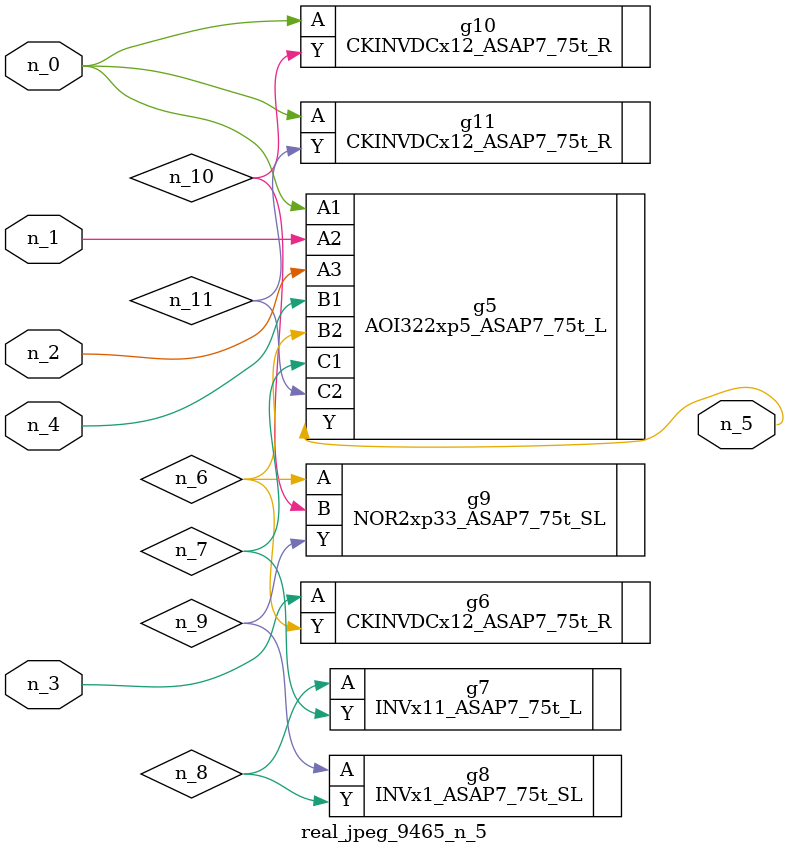
<source format=v>
module real_jpeg_9465_n_5 (n_4, n_0, n_1, n_2, n_3, n_5);

input n_4;
input n_0;
input n_1;
input n_2;
input n_3;

output n_5;

wire n_8;
wire n_11;
wire n_6;
wire n_7;
wire n_10;
wire n_9;

AOI322xp5_ASAP7_75t_L g5 ( 
.A1(n_0),
.A2(n_1),
.A3(n_2),
.B1(n_4),
.B2(n_6),
.C1(n_7),
.C2(n_11),
.Y(n_5)
);

CKINVDCx12_ASAP7_75t_R g10 ( 
.A(n_0),
.Y(n_10)
);

CKINVDCx12_ASAP7_75t_R g11 ( 
.A(n_0),
.Y(n_11)
);

CKINVDCx12_ASAP7_75t_R g6 ( 
.A(n_3),
.Y(n_6)
);

NOR2xp33_ASAP7_75t_SL g9 ( 
.A(n_6),
.B(n_10),
.Y(n_9)
);

INVx11_ASAP7_75t_L g7 ( 
.A(n_8),
.Y(n_7)
);

INVx1_ASAP7_75t_SL g8 ( 
.A(n_9),
.Y(n_8)
);


endmodule
</source>
